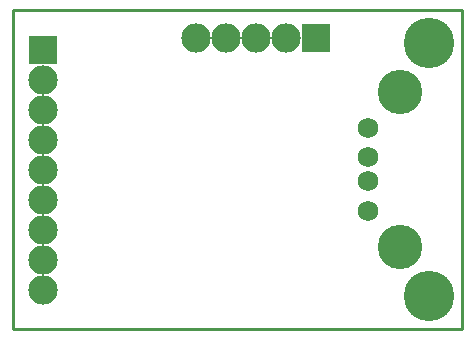
<source format=gbs>
%FSLAX25Y25*%
%MOIN*%
G70*
G01*
G75*
G04 Layer_Color=16711935*
%ADD10R,0.04000X0.03500*%
%ADD11R,0.03150X0.03543*%
%ADD12R,0.04600X0.04000*%
%ADD13R,0.21654X0.07874*%
%ADD14R,0.03500X0.04000*%
%ADD15R,0.02362X0.07480*%
%ADD16R,0.04500X0.02700*%
%ADD17R,0.05500X0.05100*%
%ADD18C,0.02000*%
%ADD19C,0.01890*%
%ADD20C,0.01000*%
%ADD21C,0.06000*%
%ADD22C,0.14000*%
%ADD23R,0.09000X0.09000*%
%ADD24C,0.09000*%
%ADD25R,0.09000X0.09000*%
%ADD26C,0.16000*%
%ADD27C,0.02800*%
%ADD28C,0.00984*%
%ADD29C,0.00787*%
%ADD30C,0.00800*%
%ADD31R,0.04800X0.04300*%
%ADD32R,0.03950X0.04343*%
%ADD33R,0.05400X0.04800*%
%ADD34R,0.22453X0.08674*%
%ADD35R,0.04300X0.04800*%
%ADD36R,0.03162X0.08280*%
%ADD37R,0.05300X0.03500*%
%ADD38R,0.06300X0.05900*%
%ADD39C,0.06800*%
%ADD40C,0.14800*%
%ADD41R,0.09800X0.09800*%
%ADD42C,0.09800*%
%ADD43R,0.09800X0.09800*%
%ADD44C,0.16800*%
D20*
X100000Y100000D02*
X249600D01*
Y206600D01*
X100000D02*
X249600D01*
X100000Y100000D02*
Y206600D01*
D39*
X218500Y149443D02*
D03*
Y157317D02*
D03*
Y167159D02*
D03*
Y139600D02*
D03*
D40*
X229169Y127513D02*
D03*
Y179246D02*
D03*
D41*
X201100Y197000D02*
D03*
D42*
X191100D02*
D03*
X181100D02*
D03*
X171100D02*
D03*
X161100D02*
D03*
X110000Y133300D02*
D03*
Y143300D02*
D03*
Y183300D02*
D03*
Y173300D02*
D03*
Y163300D02*
D03*
Y153300D02*
D03*
Y123300D02*
D03*
Y113300D02*
D03*
D43*
Y193300D02*
D03*
D44*
X238600Y111200D02*
D03*
Y195400D02*
D03*
M02*

</source>
